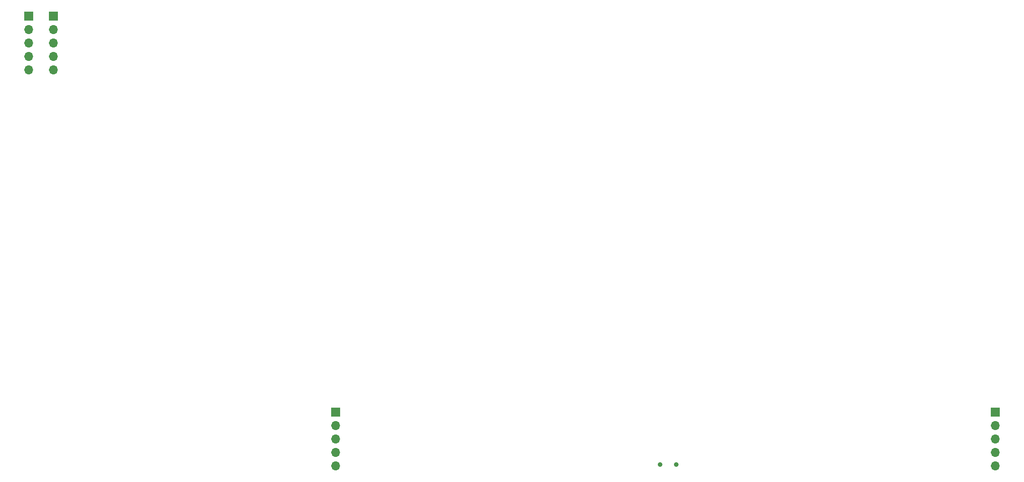
<source format=gbr>
%TF.GenerationSoftware,KiCad,Pcbnew,8.0.1*%
%TF.CreationDate,2024-04-30T08:05:46-04:00*%
%TF.ProjectId,bombay_beats,626f6d62-6179-45f6-9265-6174732e6b69,rev?*%
%TF.SameCoordinates,Original*%
%TF.FileFunction,Soldermask,Bot*%
%TF.FilePolarity,Negative*%
%FSLAX46Y46*%
G04 Gerber Fmt 4.6, Leading zero omitted, Abs format (unit mm)*
G04 Created by KiCad (PCBNEW 8.0.1) date 2024-04-30 08:05:46*
%MOMM*%
%LPD*%
G01*
G04 APERTURE LIST*
%ADD10O,1.700000X1.700000*%
%ADD11R,1.700000X1.700000*%
%ADD12C,0.900000*%
G04 APERTURE END LIST*
D10*
%TO.C,solder_out1*%
X16325000Y-11985000D03*
X16325000Y-9445000D03*
X16325000Y-6905000D03*
X16325000Y-4365000D03*
D11*
X16325000Y-1825000D03*
%TD*%
D10*
%TO.C,solder_in1*%
X11675000Y-11985000D03*
X11675000Y-9445000D03*
X11675000Y-6905000D03*
X11675000Y-4365000D03*
D11*
X11675000Y-1825000D03*
%TD*%
D12*
%TO.C,SW9*%
X130805000Y-86549000D03*
X133805000Y-86549000D03*
%TD*%
D11*
%TO.C,CONNOUT1*%
X69538000Y-76713000D03*
D10*
X69538000Y-79253000D03*
X69538000Y-81793000D03*
X69538000Y-84333000D03*
X69538000Y-86873000D03*
%TD*%
D11*
%TO.C,CONNIN1*%
X193998000Y-76713000D03*
D10*
X193998000Y-79253000D03*
X193998000Y-81793000D03*
X193998000Y-84333000D03*
X193998000Y-86873000D03*
%TD*%
M02*

</source>
